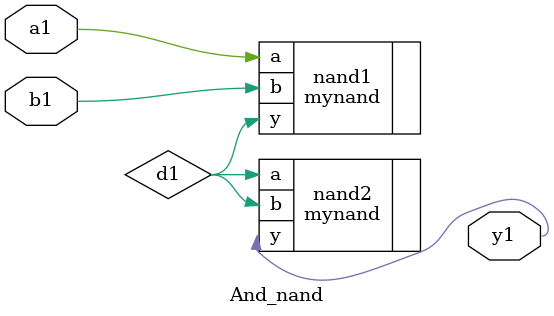
<source format=v>
/* Or gate with 2 1 bit inputs
Sum = a or b*/   /* */  //is used for multiline commmenting

module And_nand(a1,b1,y1);

input a1 ,b1;
wire d1;
output y1;

mynand nand1 (.a(a1),.b(b1),.y(d1));
mynand nand2 (.a(d1),.b(d1),.y(y1));


endmodule
//things in red mean preassigned things!!!
</source>
